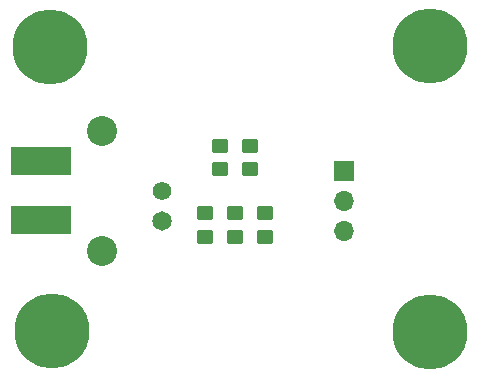
<source format=gbs>
%TF.GenerationSoftware,KiCad,Pcbnew,(6.0.1)*%
%TF.CreationDate,2022-07-06T10:53:35-04:00*%
%TF.ProjectId,DRIVE50,44524956-4535-4302-9e6b-696361645f70,1*%
%TF.SameCoordinates,Original*%
%TF.FileFunction,Soldermask,Bot*%
%TF.FilePolarity,Negative*%
%FSLAX46Y46*%
G04 Gerber Fmt 4.6, Leading zero omitted, Abs format (unit mm)*
G04 Created by KiCad (PCBNEW (6.0.1)) date 2022-07-06 10:53:35*
%MOMM*%
%LPD*%
G01*
G04 APERTURE LIST*
G04 Aperture macros list*
%AMRoundRect*
0 Rectangle with rounded corners*
0 $1 Rounding radius*
0 $2 $3 $4 $5 $6 $7 $8 $9 X,Y pos of 4 corners*
0 Add a 4 corners polygon primitive as box body*
4,1,4,$2,$3,$4,$5,$6,$7,$8,$9,$2,$3,0*
0 Add four circle primitives for the rounded corners*
1,1,$1+$1,$2,$3*
1,1,$1+$1,$4,$5*
1,1,$1+$1,$6,$7*
1,1,$1+$1,$8,$9*
0 Add four rect primitives between the rounded corners*
20,1,$1+$1,$2,$3,$4,$5,0*
20,1,$1+$1,$4,$5,$6,$7,0*
20,1,$1+$1,$6,$7,$8,$9,0*
20,1,$1+$1,$8,$9,$2,$3,0*%
G04 Aperture macros list end*
%ADD10C,2.540000*%
%ADD11C,1.574800*%
%ADD12C,1.651000*%
%ADD13R,5.080000X2.413000*%
%ADD14C,6.350000*%
%ADD15R,1.700000X1.700000*%
%ADD16O,1.700000X1.700000*%
%ADD17RoundRect,0.250000X-0.450000X0.350000X-0.450000X-0.350000X0.450000X-0.350000X0.450000X0.350000X0*%
%ADD18RoundRect,0.250000X0.450000X-0.350000X0.450000X0.350000X-0.450000X0.350000X-0.450000X-0.350000X0*%
G04 APERTURE END LIST*
D10*
%TO.C,PB1*%
X124493000Y-109481000D03*
X124493000Y-99321000D03*
D11*
X129573000Y-104401000D03*
D12*
X129573000Y-106941000D03*
%TD*%
D13*
%TO.C,PA1*%
X119367000Y-106857000D03*
X119367000Y-101857000D03*
%TD*%
D14*
%TO.C,MTG1*%
X120123000Y-92250000D03*
%TD*%
%TO.C,MTG4*%
X152248000Y-116377000D03*
%TD*%
D15*
%TO.C,J1*%
X144964000Y-102721000D03*
D16*
X144964000Y-105261000D03*
X144964000Y-107801000D03*
%TD*%
D14*
%TO.C,MTG2*%
X152248000Y-92123000D03*
%TD*%
%TO.C,MTG3*%
X120250000Y-116250000D03*
%TD*%
D17*
%TO.C,R2*%
X137020000Y-100563000D03*
X137020000Y-102563000D03*
%TD*%
%TO.C,R3*%
X134480000Y-100563000D03*
X134480000Y-102563000D03*
%TD*%
D18*
%TO.C,R4*%
X133210000Y-108278000D03*
X133210000Y-106278000D03*
%TD*%
%TO.C,R5*%
X135750000Y-108278000D03*
X135750000Y-106278000D03*
%TD*%
%TO.C,R6*%
X138290000Y-108278000D03*
X138290000Y-106278000D03*
%TD*%
M02*

</source>
